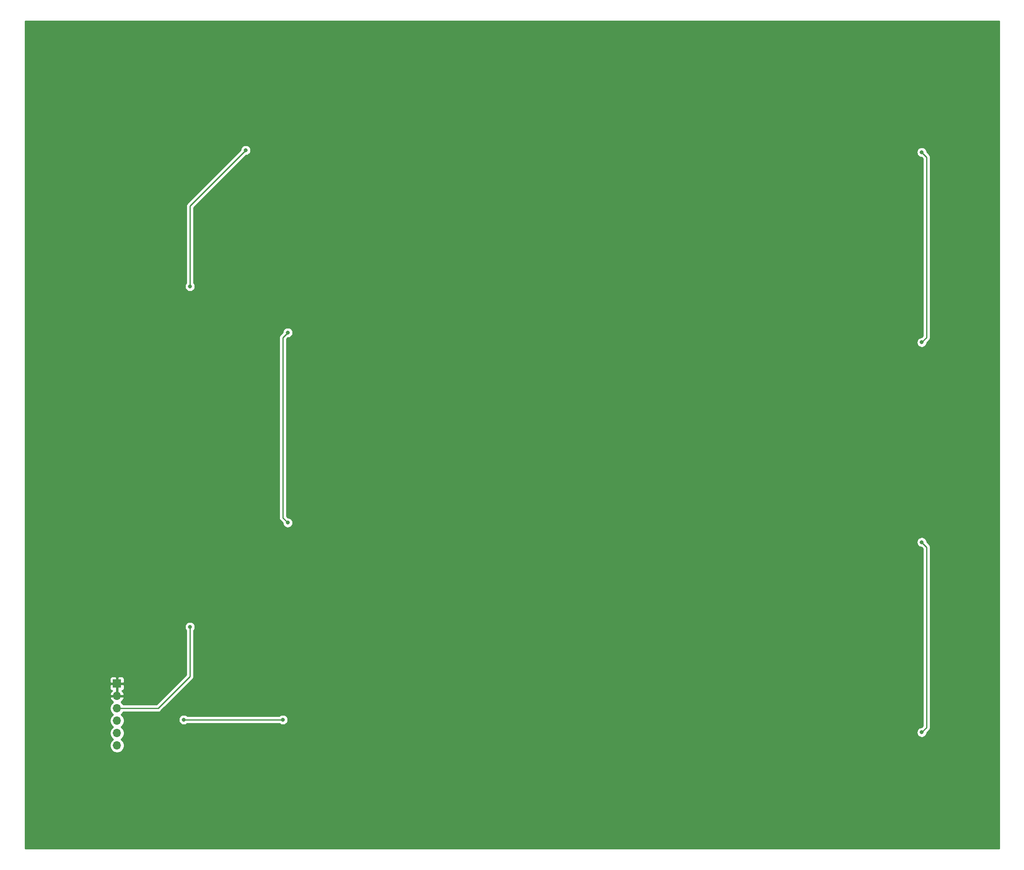
<source format=gbr>
G04 #@! TF.GenerationSoftware,KiCad,Pcbnew,(5.1.5)-3*
G04 #@! TF.CreationDate,2021-10-07T01:20:46-04:00*
G04 #@! TF.ProjectId,LEFT_Side Panel,4c454654-5f53-4696-9465-2050616e656c,rev?*
G04 #@! TF.SameCoordinates,Original*
G04 #@! TF.FileFunction,Copper,L1,Top*
G04 #@! TF.FilePolarity,Positive*
%FSLAX46Y46*%
G04 Gerber Fmt 4.6, Leading zero omitted, Abs format (unit mm)*
G04 Created by KiCad (PCBNEW (5.1.5)-3) date 2021-10-07 01:20:46*
%MOMM*%
%LPD*%
G04 APERTURE LIST*
%ADD10O,1.700000X1.700000*%
%ADD11R,1.700000X1.700000*%
%ADD12C,0.800000*%
%ADD13C,0.250000*%
%ADD14C,0.254000*%
G04 APERTURE END LIST*
D10*
X25000000Y-202700000D03*
X25000000Y-200160000D03*
X25000000Y-197620000D03*
X25000000Y-195080000D03*
X25000000Y-192540000D03*
D11*
X25000000Y-190000000D03*
D12*
X65000000Y-79000000D03*
X105000000Y-79000000D03*
X145000000Y-79000000D03*
X185000000Y-79000000D03*
X185000000Y-119000000D03*
X145000000Y-119000000D03*
X105000000Y-119000000D03*
X65000000Y-119000000D03*
X65000000Y-159000000D03*
X105000000Y-159000000D03*
X145000000Y-159000000D03*
X185000000Y-159000000D03*
X105000000Y-199000000D03*
X65000000Y-199000000D03*
X145000000Y-199000000D03*
X185000000Y-199000000D03*
X190000000Y-200000000D03*
X190000000Y-161000000D03*
X190000000Y-120000000D03*
X190000000Y-81000000D03*
X60000000Y-157000000D03*
X60000000Y-118000000D03*
X59010000Y-197420000D03*
X38690000Y-197420000D03*
X39960000Y-178370000D03*
X39960000Y-108520000D03*
X51390000Y-80580000D03*
D13*
X190000000Y-200000000D02*
X191000000Y-199000000D01*
X191000000Y-199000000D02*
X191000000Y-162000000D01*
X191000000Y-162000000D02*
X190000000Y-161000000D01*
X190000000Y-120000000D02*
X191000000Y-119000000D01*
X191000000Y-119000000D02*
X191000000Y-82000000D01*
X191000000Y-82000000D02*
X190000000Y-81000000D01*
X60000000Y-157000000D02*
X59000000Y-156000000D01*
X59000000Y-156000000D02*
X59000000Y-119000000D01*
X59000000Y-119000000D02*
X60000000Y-118000000D01*
X59010000Y-197420000D02*
X38690000Y-197420000D01*
X39960000Y-108520000D02*
X39960000Y-92010000D01*
X39960000Y-92010000D02*
X51390000Y-80580000D01*
X39960000Y-188530000D02*
X39960000Y-178370000D01*
X33410000Y-195080000D02*
X39960000Y-188530000D01*
X25000000Y-195080000D02*
X33410000Y-195080000D01*
D14*
G36*
X205873000Y-223873000D02*
G01*
X6127000Y-223873000D01*
X6127000Y-194933740D01*
X23515000Y-194933740D01*
X23515000Y-195226260D01*
X23572068Y-195513158D01*
X23684010Y-195783411D01*
X23846525Y-196026632D01*
X24053368Y-196233475D01*
X24227760Y-196350000D01*
X24053368Y-196466525D01*
X23846525Y-196673368D01*
X23684010Y-196916589D01*
X23572068Y-197186842D01*
X23515000Y-197473740D01*
X23515000Y-197766260D01*
X23572068Y-198053158D01*
X23684010Y-198323411D01*
X23846525Y-198566632D01*
X24053368Y-198773475D01*
X24227760Y-198890000D01*
X24053368Y-199006525D01*
X23846525Y-199213368D01*
X23684010Y-199456589D01*
X23572068Y-199726842D01*
X23515000Y-200013740D01*
X23515000Y-200306260D01*
X23572068Y-200593158D01*
X23684010Y-200863411D01*
X23846525Y-201106632D01*
X24053368Y-201313475D01*
X24227760Y-201430000D01*
X24053368Y-201546525D01*
X23846525Y-201753368D01*
X23684010Y-201996589D01*
X23572068Y-202266842D01*
X23515000Y-202553740D01*
X23515000Y-202846260D01*
X23572068Y-203133158D01*
X23684010Y-203403411D01*
X23846525Y-203646632D01*
X24053368Y-203853475D01*
X24296589Y-204015990D01*
X24566842Y-204127932D01*
X24853740Y-204185000D01*
X25146260Y-204185000D01*
X25433158Y-204127932D01*
X25703411Y-204015990D01*
X25946632Y-203853475D01*
X26153475Y-203646632D01*
X26315990Y-203403411D01*
X26427932Y-203133158D01*
X26485000Y-202846260D01*
X26485000Y-202553740D01*
X26427932Y-202266842D01*
X26315990Y-201996589D01*
X26153475Y-201753368D01*
X25946632Y-201546525D01*
X25772240Y-201430000D01*
X25946632Y-201313475D01*
X26153475Y-201106632D01*
X26315990Y-200863411D01*
X26427932Y-200593158D01*
X26485000Y-200306260D01*
X26485000Y-200013740D01*
X26427932Y-199726842D01*
X26315990Y-199456589D01*
X26153475Y-199213368D01*
X25946632Y-199006525D01*
X25772240Y-198890000D01*
X25946632Y-198773475D01*
X26153475Y-198566632D01*
X26315990Y-198323411D01*
X26427932Y-198053158D01*
X26485000Y-197766260D01*
X26485000Y-197473740D01*
X26454034Y-197318061D01*
X37655000Y-197318061D01*
X37655000Y-197521939D01*
X37694774Y-197721898D01*
X37772795Y-197910256D01*
X37886063Y-198079774D01*
X38030226Y-198223937D01*
X38199744Y-198337205D01*
X38388102Y-198415226D01*
X38588061Y-198455000D01*
X38791939Y-198455000D01*
X38991898Y-198415226D01*
X39180256Y-198337205D01*
X39349774Y-198223937D01*
X39393711Y-198180000D01*
X58306289Y-198180000D01*
X58350226Y-198223937D01*
X58519744Y-198337205D01*
X58708102Y-198415226D01*
X58908061Y-198455000D01*
X59111939Y-198455000D01*
X59311898Y-198415226D01*
X59500256Y-198337205D01*
X59669774Y-198223937D01*
X59813937Y-198079774D01*
X59927205Y-197910256D01*
X60005226Y-197721898D01*
X60045000Y-197521939D01*
X60045000Y-197318061D01*
X60005226Y-197118102D01*
X59927205Y-196929744D01*
X59813937Y-196760226D01*
X59669774Y-196616063D01*
X59500256Y-196502795D01*
X59311898Y-196424774D01*
X59111939Y-196385000D01*
X58908061Y-196385000D01*
X58708102Y-196424774D01*
X58519744Y-196502795D01*
X58350226Y-196616063D01*
X58306289Y-196660000D01*
X39393711Y-196660000D01*
X39349774Y-196616063D01*
X39180256Y-196502795D01*
X38991898Y-196424774D01*
X38791939Y-196385000D01*
X38588061Y-196385000D01*
X38388102Y-196424774D01*
X38199744Y-196502795D01*
X38030226Y-196616063D01*
X37886063Y-196760226D01*
X37772795Y-196929744D01*
X37694774Y-197118102D01*
X37655000Y-197318061D01*
X26454034Y-197318061D01*
X26427932Y-197186842D01*
X26315990Y-196916589D01*
X26153475Y-196673368D01*
X25946632Y-196466525D01*
X25772240Y-196350000D01*
X25946632Y-196233475D01*
X26153475Y-196026632D01*
X26278178Y-195840000D01*
X33372678Y-195840000D01*
X33410000Y-195843676D01*
X33447322Y-195840000D01*
X33447333Y-195840000D01*
X33558986Y-195829003D01*
X33702247Y-195785546D01*
X33834276Y-195714974D01*
X33950001Y-195620001D01*
X33973804Y-195590997D01*
X40471004Y-189093798D01*
X40500001Y-189070001D01*
X40594974Y-188954276D01*
X40665546Y-188822247D01*
X40709003Y-188678986D01*
X40720000Y-188567333D01*
X40720000Y-188567323D01*
X40723676Y-188530000D01*
X40720000Y-188492677D01*
X40720000Y-179073711D01*
X40763937Y-179029774D01*
X40877205Y-178860256D01*
X40955226Y-178671898D01*
X40995000Y-178471939D01*
X40995000Y-178268061D01*
X40955226Y-178068102D01*
X40877205Y-177879744D01*
X40763937Y-177710226D01*
X40619774Y-177566063D01*
X40450256Y-177452795D01*
X40261898Y-177374774D01*
X40061939Y-177335000D01*
X39858061Y-177335000D01*
X39658102Y-177374774D01*
X39469744Y-177452795D01*
X39300226Y-177566063D01*
X39156063Y-177710226D01*
X39042795Y-177879744D01*
X38964774Y-178068102D01*
X38925000Y-178268061D01*
X38925000Y-178471939D01*
X38964774Y-178671898D01*
X39042795Y-178860256D01*
X39156063Y-179029774D01*
X39200001Y-179073712D01*
X39200000Y-188215198D01*
X33095199Y-194320000D01*
X26278178Y-194320000D01*
X26153475Y-194133368D01*
X25946632Y-193926525D01*
X25764466Y-193804805D01*
X25881355Y-193735178D01*
X26097588Y-193540269D01*
X26271641Y-193306920D01*
X26396825Y-193044099D01*
X26441476Y-192896890D01*
X26320155Y-192667000D01*
X25127000Y-192667000D01*
X25127000Y-192687000D01*
X24873000Y-192687000D01*
X24873000Y-192667000D01*
X23679845Y-192667000D01*
X23558524Y-192896890D01*
X23603175Y-193044099D01*
X23728359Y-193306920D01*
X23902412Y-193540269D01*
X24118645Y-193735178D01*
X24235534Y-193804805D01*
X24053368Y-193926525D01*
X23846525Y-194133368D01*
X23684010Y-194376589D01*
X23572068Y-194646842D01*
X23515000Y-194933740D01*
X6127000Y-194933740D01*
X6127000Y-190850000D01*
X23511928Y-190850000D01*
X23524188Y-190974482D01*
X23560498Y-191094180D01*
X23619463Y-191204494D01*
X23698815Y-191301185D01*
X23795506Y-191380537D01*
X23905820Y-191439502D01*
X23986466Y-191463966D01*
X23902412Y-191539731D01*
X23728359Y-191773080D01*
X23603175Y-192035901D01*
X23558524Y-192183110D01*
X23679845Y-192413000D01*
X24873000Y-192413000D01*
X24873000Y-190127000D01*
X25127000Y-190127000D01*
X25127000Y-192413000D01*
X26320155Y-192413000D01*
X26441476Y-192183110D01*
X26396825Y-192035901D01*
X26271641Y-191773080D01*
X26097588Y-191539731D01*
X26013534Y-191463966D01*
X26094180Y-191439502D01*
X26204494Y-191380537D01*
X26301185Y-191301185D01*
X26380537Y-191204494D01*
X26439502Y-191094180D01*
X26475812Y-190974482D01*
X26488072Y-190850000D01*
X26485000Y-190285750D01*
X26326250Y-190127000D01*
X25127000Y-190127000D01*
X24873000Y-190127000D01*
X23673750Y-190127000D01*
X23515000Y-190285750D01*
X23511928Y-190850000D01*
X6127000Y-190850000D01*
X6127000Y-189150000D01*
X23511928Y-189150000D01*
X23515000Y-189714250D01*
X23673750Y-189873000D01*
X24873000Y-189873000D01*
X24873000Y-188673750D01*
X25127000Y-188673750D01*
X25127000Y-189873000D01*
X26326250Y-189873000D01*
X26485000Y-189714250D01*
X26488072Y-189150000D01*
X26475812Y-189025518D01*
X26439502Y-188905820D01*
X26380537Y-188795506D01*
X26301185Y-188698815D01*
X26204494Y-188619463D01*
X26094180Y-188560498D01*
X25974482Y-188524188D01*
X25850000Y-188511928D01*
X25285750Y-188515000D01*
X25127000Y-188673750D01*
X24873000Y-188673750D01*
X24714250Y-188515000D01*
X24150000Y-188511928D01*
X24025518Y-188524188D01*
X23905820Y-188560498D01*
X23795506Y-188619463D01*
X23698815Y-188698815D01*
X23619463Y-188795506D01*
X23560498Y-188905820D01*
X23524188Y-189025518D01*
X23511928Y-189150000D01*
X6127000Y-189150000D01*
X6127000Y-160898061D01*
X188965000Y-160898061D01*
X188965000Y-161101939D01*
X189004774Y-161301898D01*
X189082795Y-161490256D01*
X189196063Y-161659774D01*
X189340226Y-161803937D01*
X189509744Y-161917205D01*
X189698102Y-161995226D01*
X189898061Y-162035000D01*
X189960199Y-162035000D01*
X190240001Y-162314803D01*
X190240000Y-198685198D01*
X189960199Y-198965000D01*
X189898061Y-198965000D01*
X189698102Y-199004774D01*
X189509744Y-199082795D01*
X189340226Y-199196063D01*
X189196063Y-199340226D01*
X189082795Y-199509744D01*
X189004774Y-199698102D01*
X188965000Y-199898061D01*
X188965000Y-200101939D01*
X189004774Y-200301898D01*
X189082795Y-200490256D01*
X189196063Y-200659774D01*
X189340226Y-200803937D01*
X189509744Y-200917205D01*
X189698102Y-200995226D01*
X189898061Y-201035000D01*
X190101939Y-201035000D01*
X190301898Y-200995226D01*
X190490256Y-200917205D01*
X190659774Y-200803937D01*
X190803937Y-200659774D01*
X190917205Y-200490256D01*
X190995226Y-200301898D01*
X191035000Y-200101939D01*
X191035000Y-200039801D01*
X191511004Y-199563798D01*
X191540001Y-199540001D01*
X191634974Y-199424276D01*
X191705546Y-199292247D01*
X191749003Y-199148986D01*
X191760000Y-199037333D01*
X191760000Y-199037332D01*
X191763677Y-199000000D01*
X191760000Y-198962667D01*
X191760000Y-162037333D01*
X191763677Y-162000000D01*
X191749003Y-161851014D01*
X191705546Y-161707753D01*
X191634974Y-161575724D01*
X191563799Y-161488997D01*
X191540001Y-161459999D01*
X191511003Y-161436201D01*
X191035000Y-160960199D01*
X191035000Y-160898061D01*
X190995226Y-160698102D01*
X190917205Y-160509744D01*
X190803937Y-160340226D01*
X190659774Y-160196063D01*
X190490256Y-160082795D01*
X190301898Y-160004774D01*
X190101939Y-159965000D01*
X189898061Y-159965000D01*
X189698102Y-160004774D01*
X189509744Y-160082795D01*
X189340226Y-160196063D01*
X189196063Y-160340226D01*
X189082795Y-160509744D01*
X189004774Y-160698102D01*
X188965000Y-160898061D01*
X6127000Y-160898061D01*
X6127000Y-119000000D01*
X58236324Y-119000000D01*
X58240001Y-119037332D01*
X58240000Y-155962678D01*
X58236324Y-156000000D01*
X58240000Y-156037322D01*
X58240000Y-156037332D01*
X58250997Y-156148985D01*
X58265278Y-156196063D01*
X58294454Y-156292246D01*
X58365026Y-156424276D01*
X58404871Y-156472826D01*
X58459999Y-156540001D01*
X58489002Y-156563804D01*
X58965000Y-157039802D01*
X58965000Y-157101939D01*
X59004774Y-157301898D01*
X59082795Y-157490256D01*
X59196063Y-157659774D01*
X59340226Y-157803937D01*
X59509744Y-157917205D01*
X59698102Y-157995226D01*
X59898061Y-158035000D01*
X60101939Y-158035000D01*
X60301898Y-157995226D01*
X60490256Y-157917205D01*
X60659774Y-157803937D01*
X60803937Y-157659774D01*
X60917205Y-157490256D01*
X60995226Y-157301898D01*
X61035000Y-157101939D01*
X61035000Y-156898061D01*
X60995226Y-156698102D01*
X60917205Y-156509744D01*
X60803937Y-156340226D01*
X60659774Y-156196063D01*
X60490256Y-156082795D01*
X60301898Y-156004774D01*
X60101939Y-155965000D01*
X60039802Y-155965000D01*
X59760000Y-155685199D01*
X59760000Y-119314801D01*
X60039802Y-119035000D01*
X60101939Y-119035000D01*
X60301898Y-118995226D01*
X60490256Y-118917205D01*
X60659774Y-118803937D01*
X60803937Y-118659774D01*
X60917205Y-118490256D01*
X60995226Y-118301898D01*
X61035000Y-118101939D01*
X61035000Y-117898061D01*
X60995226Y-117698102D01*
X60917205Y-117509744D01*
X60803937Y-117340226D01*
X60659774Y-117196063D01*
X60490256Y-117082795D01*
X60301898Y-117004774D01*
X60101939Y-116965000D01*
X59898061Y-116965000D01*
X59698102Y-117004774D01*
X59509744Y-117082795D01*
X59340226Y-117196063D01*
X59196063Y-117340226D01*
X59082795Y-117509744D01*
X59004774Y-117698102D01*
X58965000Y-117898061D01*
X58965000Y-117960198D01*
X58488998Y-118436201D01*
X58460000Y-118459999D01*
X58436202Y-118488997D01*
X58436201Y-118488998D01*
X58365026Y-118575724D01*
X58294454Y-118707754D01*
X58250998Y-118851015D01*
X58236324Y-119000000D01*
X6127000Y-119000000D01*
X6127000Y-108418061D01*
X38925000Y-108418061D01*
X38925000Y-108621939D01*
X38964774Y-108821898D01*
X39042795Y-109010256D01*
X39156063Y-109179774D01*
X39300226Y-109323937D01*
X39469744Y-109437205D01*
X39658102Y-109515226D01*
X39858061Y-109555000D01*
X40061939Y-109555000D01*
X40261898Y-109515226D01*
X40450256Y-109437205D01*
X40619774Y-109323937D01*
X40763937Y-109179774D01*
X40877205Y-109010256D01*
X40955226Y-108821898D01*
X40995000Y-108621939D01*
X40995000Y-108418061D01*
X40955226Y-108218102D01*
X40877205Y-108029744D01*
X40763937Y-107860226D01*
X40720000Y-107816289D01*
X40720000Y-92324801D01*
X51429802Y-81615000D01*
X51491939Y-81615000D01*
X51691898Y-81575226D01*
X51880256Y-81497205D01*
X52049774Y-81383937D01*
X52193937Y-81239774D01*
X52307205Y-81070256D01*
X52378531Y-80898061D01*
X188965000Y-80898061D01*
X188965000Y-81101939D01*
X189004774Y-81301898D01*
X189082795Y-81490256D01*
X189196063Y-81659774D01*
X189340226Y-81803937D01*
X189509744Y-81917205D01*
X189698102Y-81995226D01*
X189898061Y-82035000D01*
X189960199Y-82035000D01*
X190240001Y-82314803D01*
X190240000Y-118685198D01*
X189960199Y-118965000D01*
X189898061Y-118965000D01*
X189698102Y-119004774D01*
X189509744Y-119082795D01*
X189340226Y-119196063D01*
X189196063Y-119340226D01*
X189082795Y-119509744D01*
X189004774Y-119698102D01*
X188965000Y-119898061D01*
X188965000Y-120101939D01*
X189004774Y-120301898D01*
X189082795Y-120490256D01*
X189196063Y-120659774D01*
X189340226Y-120803937D01*
X189509744Y-120917205D01*
X189698102Y-120995226D01*
X189898061Y-121035000D01*
X190101939Y-121035000D01*
X190301898Y-120995226D01*
X190490256Y-120917205D01*
X190659774Y-120803937D01*
X190803937Y-120659774D01*
X190917205Y-120490256D01*
X190995226Y-120301898D01*
X191035000Y-120101939D01*
X191035000Y-120039801D01*
X191511004Y-119563798D01*
X191540001Y-119540001D01*
X191634974Y-119424276D01*
X191705546Y-119292247D01*
X191749003Y-119148986D01*
X191760000Y-119037333D01*
X191760000Y-119037332D01*
X191763677Y-119000000D01*
X191760000Y-118962667D01*
X191760000Y-82037333D01*
X191763677Y-82000000D01*
X191749003Y-81851014D01*
X191705546Y-81707753D01*
X191634974Y-81575724D01*
X191563799Y-81488997D01*
X191540001Y-81459999D01*
X191511003Y-81436201D01*
X191035000Y-80960199D01*
X191035000Y-80898061D01*
X190995226Y-80698102D01*
X190917205Y-80509744D01*
X190803937Y-80340226D01*
X190659774Y-80196063D01*
X190490256Y-80082795D01*
X190301898Y-80004774D01*
X190101939Y-79965000D01*
X189898061Y-79965000D01*
X189698102Y-80004774D01*
X189509744Y-80082795D01*
X189340226Y-80196063D01*
X189196063Y-80340226D01*
X189082795Y-80509744D01*
X189004774Y-80698102D01*
X188965000Y-80898061D01*
X52378531Y-80898061D01*
X52385226Y-80881898D01*
X52425000Y-80681939D01*
X52425000Y-80478061D01*
X52385226Y-80278102D01*
X52307205Y-80089744D01*
X52193937Y-79920226D01*
X52049774Y-79776063D01*
X51880256Y-79662795D01*
X51691898Y-79584774D01*
X51491939Y-79545000D01*
X51288061Y-79545000D01*
X51088102Y-79584774D01*
X50899744Y-79662795D01*
X50730226Y-79776063D01*
X50586063Y-79920226D01*
X50472795Y-80089744D01*
X50394774Y-80278102D01*
X50355000Y-80478061D01*
X50355000Y-80540198D01*
X39448998Y-91446201D01*
X39420000Y-91469999D01*
X39396202Y-91498997D01*
X39396201Y-91498998D01*
X39325026Y-91585724D01*
X39254454Y-91717754D01*
X39210998Y-91861015D01*
X39196324Y-92010000D01*
X39200001Y-92047333D01*
X39200000Y-107816289D01*
X39156063Y-107860226D01*
X39042795Y-108029744D01*
X38964774Y-108218102D01*
X38925000Y-108418061D01*
X6127000Y-108418061D01*
X6127000Y-54127000D01*
X205873000Y-54127000D01*
X205873000Y-223873000D01*
G37*
X205873000Y-223873000D02*
X6127000Y-223873000D01*
X6127000Y-194933740D01*
X23515000Y-194933740D01*
X23515000Y-195226260D01*
X23572068Y-195513158D01*
X23684010Y-195783411D01*
X23846525Y-196026632D01*
X24053368Y-196233475D01*
X24227760Y-196350000D01*
X24053368Y-196466525D01*
X23846525Y-196673368D01*
X23684010Y-196916589D01*
X23572068Y-197186842D01*
X23515000Y-197473740D01*
X23515000Y-197766260D01*
X23572068Y-198053158D01*
X23684010Y-198323411D01*
X23846525Y-198566632D01*
X24053368Y-198773475D01*
X24227760Y-198890000D01*
X24053368Y-199006525D01*
X23846525Y-199213368D01*
X23684010Y-199456589D01*
X23572068Y-199726842D01*
X23515000Y-200013740D01*
X23515000Y-200306260D01*
X23572068Y-200593158D01*
X23684010Y-200863411D01*
X23846525Y-201106632D01*
X24053368Y-201313475D01*
X24227760Y-201430000D01*
X24053368Y-201546525D01*
X23846525Y-201753368D01*
X23684010Y-201996589D01*
X23572068Y-202266842D01*
X23515000Y-202553740D01*
X23515000Y-202846260D01*
X23572068Y-203133158D01*
X23684010Y-203403411D01*
X23846525Y-203646632D01*
X24053368Y-203853475D01*
X24296589Y-204015990D01*
X24566842Y-204127932D01*
X24853740Y-204185000D01*
X25146260Y-204185000D01*
X25433158Y-204127932D01*
X25703411Y-204015990D01*
X25946632Y-203853475D01*
X26153475Y-203646632D01*
X26315990Y-203403411D01*
X26427932Y-203133158D01*
X26485000Y-202846260D01*
X26485000Y-202553740D01*
X26427932Y-202266842D01*
X26315990Y-201996589D01*
X26153475Y-201753368D01*
X25946632Y-201546525D01*
X25772240Y-201430000D01*
X25946632Y-201313475D01*
X26153475Y-201106632D01*
X26315990Y-200863411D01*
X26427932Y-200593158D01*
X26485000Y-200306260D01*
X26485000Y-200013740D01*
X26427932Y-199726842D01*
X26315990Y-199456589D01*
X26153475Y-199213368D01*
X25946632Y-199006525D01*
X25772240Y-198890000D01*
X25946632Y-198773475D01*
X26153475Y-198566632D01*
X26315990Y-198323411D01*
X26427932Y-198053158D01*
X26485000Y-197766260D01*
X26485000Y-197473740D01*
X26454034Y-197318061D01*
X37655000Y-197318061D01*
X37655000Y-197521939D01*
X37694774Y-197721898D01*
X37772795Y-197910256D01*
X37886063Y-198079774D01*
X38030226Y-198223937D01*
X38199744Y-198337205D01*
X38388102Y-198415226D01*
X38588061Y-198455000D01*
X38791939Y-198455000D01*
X38991898Y-198415226D01*
X39180256Y-198337205D01*
X39349774Y-198223937D01*
X39393711Y-198180000D01*
X58306289Y-198180000D01*
X58350226Y-198223937D01*
X58519744Y-198337205D01*
X58708102Y-198415226D01*
X58908061Y-198455000D01*
X59111939Y-198455000D01*
X59311898Y-198415226D01*
X59500256Y-198337205D01*
X59669774Y-198223937D01*
X59813937Y-198079774D01*
X59927205Y-197910256D01*
X60005226Y-197721898D01*
X60045000Y-197521939D01*
X60045000Y-197318061D01*
X60005226Y-197118102D01*
X59927205Y-196929744D01*
X59813937Y-196760226D01*
X59669774Y-196616063D01*
X59500256Y-196502795D01*
X59311898Y-196424774D01*
X59111939Y-196385000D01*
X58908061Y-196385000D01*
X58708102Y-196424774D01*
X58519744Y-196502795D01*
X58350226Y-196616063D01*
X58306289Y-196660000D01*
X39393711Y-196660000D01*
X39349774Y-196616063D01*
X39180256Y-196502795D01*
X38991898Y-196424774D01*
X38791939Y-196385000D01*
X38588061Y-196385000D01*
X38388102Y-196424774D01*
X38199744Y-196502795D01*
X38030226Y-196616063D01*
X37886063Y-196760226D01*
X37772795Y-196929744D01*
X37694774Y-197118102D01*
X37655000Y-197318061D01*
X26454034Y-197318061D01*
X26427932Y-197186842D01*
X26315990Y-196916589D01*
X26153475Y-196673368D01*
X25946632Y-196466525D01*
X25772240Y-196350000D01*
X25946632Y-196233475D01*
X26153475Y-196026632D01*
X26278178Y-195840000D01*
X33372678Y-195840000D01*
X33410000Y-195843676D01*
X33447322Y-195840000D01*
X33447333Y-195840000D01*
X33558986Y-195829003D01*
X33702247Y-195785546D01*
X33834276Y-195714974D01*
X33950001Y-195620001D01*
X33973804Y-195590997D01*
X40471004Y-189093798D01*
X40500001Y-189070001D01*
X40594974Y-188954276D01*
X40665546Y-188822247D01*
X40709003Y-188678986D01*
X40720000Y-188567333D01*
X40720000Y-188567323D01*
X40723676Y-188530000D01*
X40720000Y-188492677D01*
X40720000Y-179073711D01*
X40763937Y-179029774D01*
X40877205Y-178860256D01*
X40955226Y-178671898D01*
X40995000Y-178471939D01*
X40995000Y-178268061D01*
X40955226Y-178068102D01*
X40877205Y-177879744D01*
X40763937Y-177710226D01*
X40619774Y-177566063D01*
X40450256Y-177452795D01*
X40261898Y-177374774D01*
X40061939Y-177335000D01*
X39858061Y-177335000D01*
X39658102Y-177374774D01*
X39469744Y-177452795D01*
X39300226Y-177566063D01*
X39156063Y-177710226D01*
X39042795Y-177879744D01*
X38964774Y-178068102D01*
X38925000Y-178268061D01*
X38925000Y-178471939D01*
X38964774Y-178671898D01*
X39042795Y-178860256D01*
X39156063Y-179029774D01*
X39200001Y-179073712D01*
X39200000Y-188215198D01*
X33095199Y-194320000D01*
X26278178Y-194320000D01*
X26153475Y-194133368D01*
X25946632Y-193926525D01*
X25764466Y-193804805D01*
X25881355Y-193735178D01*
X26097588Y-193540269D01*
X26271641Y-193306920D01*
X26396825Y-193044099D01*
X26441476Y-192896890D01*
X26320155Y-192667000D01*
X25127000Y-192667000D01*
X25127000Y-192687000D01*
X24873000Y-192687000D01*
X24873000Y-192667000D01*
X23679845Y-192667000D01*
X23558524Y-192896890D01*
X23603175Y-193044099D01*
X23728359Y-193306920D01*
X23902412Y-193540269D01*
X24118645Y-193735178D01*
X24235534Y-193804805D01*
X24053368Y-193926525D01*
X23846525Y-194133368D01*
X23684010Y-194376589D01*
X23572068Y-194646842D01*
X23515000Y-194933740D01*
X6127000Y-194933740D01*
X6127000Y-190850000D01*
X23511928Y-190850000D01*
X23524188Y-190974482D01*
X23560498Y-191094180D01*
X23619463Y-191204494D01*
X23698815Y-191301185D01*
X23795506Y-191380537D01*
X23905820Y-191439502D01*
X23986466Y-191463966D01*
X23902412Y-191539731D01*
X23728359Y-191773080D01*
X23603175Y-192035901D01*
X23558524Y-192183110D01*
X23679845Y-192413000D01*
X24873000Y-192413000D01*
X24873000Y-190127000D01*
X25127000Y-190127000D01*
X25127000Y-192413000D01*
X26320155Y-192413000D01*
X26441476Y-192183110D01*
X26396825Y-192035901D01*
X26271641Y-191773080D01*
X26097588Y-191539731D01*
X26013534Y-191463966D01*
X26094180Y-191439502D01*
X26204494Y-191380537D01*
X26301185Y-191301185D01*
X26380537Y-191204494D01*
X26439502Y-191094180D01*
X26475812Y-190974482D01*
X26488072Y-190850000D01*
X26485000Y-190285750D01*
X26326250Y-190127000D01*
X25127000Y-190127000D01*
X24873000Y-190127000D01*
X23673750Y-190127000D01*
X23515000Y-190285750D01*
X23511928Y-190850000D01*
X6127000Y-190850000D01*
X6127000Y-189150000D01*
X23511928Y-189150000D01*
X23515000Y-189714250D01*
X23673750Y-189873000D01*
X24873000Y-189873000D01*
X24873000Y-188673750D01*
X25127000Y-188673750D01*
X25127000Y-189873000D01*
X26326250Y-189873000D01*
X26485000Y-189714250D01*
X26488072Y-189150000D01*
X26475812Y-189025518D01*
X26439502Y-188905820D01*
X26380537Y-188795506D01*
X26301185Y-188698815D01*
X26204494Y-188619463D01*
X26094180Y-188560498D01*
X25974482Y-188524188D01*
X25850000Y-188511928D01*
X25285750Y-188515000D01*
X25127000Y-188673750D01*
X24873000Y-188673750D01*
X24714250Y-188515000D01*
X24150000Y-188511928D01*
X24025518Y-188524188D01*
X23905820Y-188560498D01*
X23795506Y-188619463D01*
X23698815Y-188698815D01*
X23619463Y-188795506D01*
X23560498Y-188905820D01*
X23524188Y-189025518D01*
X23511928Y-189150000D01*
X6127000Y-189150000D01*
X6127000Y-160898061D01*
X188965000Y-160898061D01*
X188965000Y-161101939D01*
X189004774Y-161301898D01*
X189082795Y-161490256D01*
X189196063Y-161659774D01*
X189340226Y-161803937D01*
X189509744Y-161917205D01*
X189698102Y-161995226D01*
X189898061Y-162035000D01*
X189960199Y-162035000D01*
X190240001Y-162314803D01*
X190240000Y-198685198D01*
X189960199Y-198965000D01*
X189898061Y-198965000D01*
X189698102Y-199004774D01*
X189509744Y-199082795D01*
X189340226Y-199196063D01*
X189196063Y-199340226D01*
X189082795Y-199509744D01*
X189004774Y-199698102D01*
X188965000Y-199898061D01*
X188965000Y-200101939D01*
X189004774Y-200301898D01*
X189082795Y-200490256D01*
X189196063Y-200659774D01*
X189340226Y-200803937D01*
X189509744Y-200917205D01*
X189698102Y-200995226D01*
X189898061Y-201035000D01*
X190101939Y-201035000D01*
X190301898Y-200995226D01*
X190490256Y-200917205D01*
X190659774Y-200803937D01*
X190803937Y-200659774D01*
X190917205Y-200490256D01*
X190995226Y-200301898D01*
X191035000Y-200101939D01*
X191035000Y-200039801D01*
X191511004Y-199563798D01*
X191540001Y-199540001D01*
X191634974Y-199424276D01*
X191705546Y-199292247D01*
X191749003Y-199148986D01*
X191760000Y-199037333D01*
X191760000Y-199037332D01*
X191763677Y-199000000D01*
X191760000Y-198962667D01*
X191760000Y-162037333D01*
X191763677Y-162000000D01*
X191749003Y-161851014D01*
X191705546Y-161707753D01*
X191634974Y-161575724D01*
X191563799Y-161488997D01*
X191540001Y-161459999D01*
X191511003Y-161436201D01*
X191035000Y-160960199D01*
X191035000Y-160898061D01*
X190995226Y-160698102D01*
X190917205Y-160509744D01*
X190803937Y-160340226D01*
X190659774Y-160196063D01*
X190490256Y-160082795D01*
X190301898Y-160004774D01*
X190101939Y-159965000D01*
X189898061Y-159965000D01*
X189698102Y-160004774D01*
X189509744Y-160082795D01*
X189340226Y-160196063D01*
X189196063Y-160340226D01*
X189082795Y-160509744D01*
X189004774Y-160698102D01*
X188965000Y-160898061D01*
X6127000Y-160898061D01*
X6127000Y-119000000D01*
X58236324Y-119000000D01*
X58240001Y-119037332D01*
X58240000Y-155962678D01*
X58236324Y-156000000D01*
X58240000Y-156037322D01*
X58240000Y-156037332D01*
X58250997Y-156148985D01*
X58265278Y-156196063D01*
X58294454Y-156292246D01*
X58365026Y-156424276D01*
X58404871Y-156472826D01*
X58459999Y-156540001D01*
X58489002Y-156563804D01*
X58965000Y-157039802D01*
X58965000Y-157101939D01*
X59004774Y-157301898D01*
X59082795Y-157490256D01*
X59196063Y-157659774D01*
X59340226Y-157803937D01*
X59509744Y-157917205D01*
X59698102Y-157995226D01*
X59898061Y-158035000D01*
X60101939Y-158035000D01*
X60301898Y-157995226D01*
X60490256Y-157917205D01*
X60659774Y-157803937D01*
X60803937Y-157659774D01*
X60917205Y-157490256D01*
X60995226Y-157301898D01*
X61035000Y-157101939D01*
X61035000Y-156898061D01*
X60995226Y-156698102D01*
X60917205Y-156509744D01*
X60803937Y-156340226D01*
X60659774Y-156196063D01*
X60490256Y-156082795D01*
X60301898Y-156004774D01*
X60101939Y-155965000D01*
X60039802Y-155965000D01*
X59760000Y-155685199D01*
X59760000Y-119314801D01*
X60039802Y-119035000D01*
X60101939Y-119035000D01*
X60301898Y-118995226D01*
X60490256Y-118917205D01*
X60659774Y-118803937D01*
X60803937Y-118659774D01*
X60917205Y-118490256D01*
X60995226Y-118301898D01*
X61035000Y-118101939D01*
X61035000Y-117898061D01*
X60995226Y-117698102D01*
X60917205Y-117509744D01*
X60803937Y-117340226D01*
X60659774Y-117196063D01*
X60490256Y-117082795D01*
X60301898Y-117004774D01*
X60101939Y-116965000D01*
X59898061Y-116965000D01*
X59698102Y-117004774D01*
X59509744Y-117082795D01*
X59340226Y-117196063D01*
X59196063Y-117340226D01*
X59082795Y-117509744D01*
X59004774Y-117698102D01*
X58965000Y-117898061D01*
X58965000Y-117960198D01*
X58488998Y-118436201D01*
X58460000Y-118459999D01*
X58436202Y-118488997D01*
X58436201Y-118488998D01*
X58365026Y-118575724D01*
X58294454Y-118707754D01*
X58250998Y-118851015D01*
X58236324Y-119000000D01*
X6127000Y-119000000D01*
X6127000Y-108418061D01*
X38925000Y-108418061D01*
X38925000Y-108621939D01*
X38964774Y-108821898D01*
X39042795Y-109010256D01*
X39156063Y-109179774D01*
X39300226Y-109323937D01*
X39469744Y-109437205D01*
X39658102Y-109515226D01*
X39858061Y-109555000D01*
X40061939Y-109555000D01*
X40261898Y-109515226D01*
X40450256Y-109437205D01*
X40619774Y-109323937D01*
X40763937Y-109179774D01*
X40877205Y-109010256D01*
X40955226Y-108821898D01*
X40995000Y-108621939D01*
X40995000Y-108418061D01*
X40955226Y-108218102D01*
X40877205Y-108029744D01*
X40763937Y-107860226D01*
X40720000Y-107816289D01*
X40720000Y-92324801D01*
X51429802Y-81615000D01*
X51491939Y-81615000D01*
X51691898Y-81575226D01*
X51880256Y-81497205D01*
X52049774Y-81383937D01*
X52193937Y-81239774D01*
X52307205Y-81070256D01*
X52378531Y-80898061D01*
X188965000Y-80898061D01*
X188965000Y-81101939D01*
X189004774Y-81301898D01*
X189082795Y-81490256D01*
X189196063Y-81659774D01*
X189340226Y-81803937D01*
X189509744Y-81917205D01*
X189698102Y-81995226D01*
X189898061Y-82035000D01*
X189960199Y-82035000D01*
X190240001Y-82314803D01*
X190240000Y-118685198D01*
X189960199Y-118965000D01*
X189898061Y-118965000D01*
X189698102Y-119004774D01*
X189509744Y-119082795D01*
X189340226Y-119196063D01*
X189196063Y-119340226D01*
X189082795Y-119509744D01*
X189004774Y-119698102D01*
X188965000Y-119898061D01*
X188965000Y-120101939D01*
X189004774Y-120301898D01*
X189082795Y-120490256D01*
X189196063Y-120659774D01*
X189340226Y-120803937D01*
X189509744Y-120917205D01*
X189698102Y-120995226D01*
X189898061Y-121035000D01*
X190101939Y-121035000D01*
X190301898Y-120995226D01*
X190490256Y-120917205D01*
X190659774Y-120803937D01*
X190803937Y-120659774D01*
X190917205Y-120490256D01*
X190995226Y-120301898D01*
X191035000Y-120101939D01*
X191035000Y-120039801D01*
X191511004Y-119563798D01*
X191540001Y-119540001D01*
X191634974Y-119424276D01*
X191705546Y-119292247D01*
X191749003Y-119148986D01*
X191760000Y-119037333D01*
X191760000Y-119037332D01*
X191763677Y-119000000D01*
X191760000Y-118962667D01*
X191760000Y-82037333D01*
X191763677Y-82000000D01*
X191749003Y-81851014D01*
X191705546Y-81707753D01*
X191634974Y-81575724D01*
X191563799Y-81488997D01*
X191540001Y-81459999D01*
X191511003Y-81436201D01*
X191035000Y-80960199D01*
X191035000Y-80898061D01*
X190995226Y-80698102D01*
X190917205Y-80509744D01*
X190803937Y-80340226D01*
X190659774Y-80196063D01*
X190490256Y-80082795D01*
X190301898Y-80004774D01*
X190101939Y-79965000D01*
X189898061Y-79965000D01*
X189698102Y-80004774D01*
X189509744Y-80082795D01*
X189340226Y-80196063D01*
X189196063Y-80340226D01*
X189082795Y-80509744D01*
X189004774Y-80698102D01*
X188965000Y-80898061D01*
X52378531Y-80898061D01*
X52385226Y-80881898D01*
X52425000Y-80681939D01*
X52425000Y-80478061D01*
X52385226Y-80278102D01*
X52307205Y-80089744D01*
X52193937Y-79920226D01*
X52049774Y-79776063D01*
X51880256Y-79662795D01*
X51691898Y-79584774D01*
X51491939Y-79545000D01*
X51288061Y-79545000D01*
X51088102Y-79584774D01*
X50899744Y-79662795D01*
X50730226Y-79776063D01*
X50586063Y-79920226D01*
X50472795Y-80089744D01*
X50394774Y-80278102D01*
X50355000Y-80478061D01*
X50355000Y-80540198D01*
X39448998Y-91446201D01*
X39420000Y-91469999D01*
X39396202Y-91498997D01*
X39396201Y-91498998D01*
X39325026Y-91585724D01*
X39254454Y-91717754D01*
X39210998Y-91861015D01*
X39196324Y-92010000D01*
X39200001Y-92047333D01*
X39200000Y-107816289D01*
X39156063Y-107860226D01*
X39042795Y-108029744D01*
X38964774Y-108218102D01*
X38925000Y-108418061D01*
X6127000Y-108418061D01*
X6127000Y-54127000D01*
X205873000Y-54127000D01*
X205873000Y-223873000D01*
M02*

</source>
